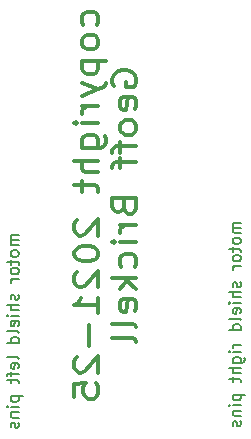
<source format=gbo>
G04 #@! TF.GenerationSoftware,KiCad,Pcbnew,8.0.8*
G04 #@! TF.CreationDate,2025-03-22T13:31:19+00:00*
G04 #@! TF.ProjectId,ESP32adapt_PCB03,45535033-3261-4646-9170-745f50434230,rev?*
G04 #@! TF.SameCoordinates,Original*
G04 #@! TF.FileFunction,Legend,Bot*
G04 #@! TF.FilePolarity,Positive*
%FSLAX46Y46*%
G04 Gerber Fmt 4.6, Leading zero omitted, Abs format (unit mm)*
G04 Created by KiCad (PCBNEW 8.0.8) date 2025-03-22 13:31:19*
%MOMM*%
%LPD*%
G01*
G04 APERTURE LIST*
G04 Aperture macros list*
%AMRoundRect*
0 Rectangle with rounded corners*
0 $1 Rounding radius*
0 $2 $3 $4 $5 $6 $7 $8 $9 X,Y pos of 4 corners*
0 Add a 4 corners polygon primitive as box body*
4,1,4,$2,$3,$4,$5,$6,$7,$8,$9,$2,$3,0*
0 Add four circle primitives for the rounded corners*
1,1,$1+$1,$2,$3*
1,1,$1+$1,$4,$5*
1,1,$1+$1,$6,$7*
1,1,$1+$1,$8,$9*
0 Add four rect primitives between the rounded corners*
20,1,$1+$1,$2,$3,$4,$5,0*
20,1,$1+$1,$4,$5,$6,$7,0*
20,1,$1+$1,$6,$7,$8,$9,0*
20,1,$1+$1,$8,$9,$2,$3,0*%
G04 Aperture macros list end*
%ADD10C,0.300000*%
%ADD11C,0.150000*%
%ADD12R,1.700000X1.700000*%
%ADD13O,1.700000X1.700000*%
%ADD14O,1.600000X1.600000*%
%ADD15C,1.600000*%
%ADD16RoundRect,0.250000X-0.750000X0.600000X-0.750000X-0.600000X0.750000X-0.600000X0.750000X0.600000X0*%
%ADD17O,2.000000X1.700000*%
%ADD18R,0.840000X0.840000*%
%ADD19C,0.840000*%
%ADD20O,1.850000X0.850000*%
%ADD21R,1.600000X1.600000*%
%ADD22R,1.800000X1.800000*%
%ADD23C,1.800000*%
G04 APERTURE END LIST*
D10*
X58640456Y-96481429D02*
X58735694Y-96262381D01*
X58735694Y-96262381D02*
X58735694Y-95824286D01*
X58735694Y-95824286D02*
X58640456Y-95605238D01*
X58640456Y-95605238D02*
X58545217Y-95495715D01*
X58545217Y-95495715D02*
X58354741Y-95386191D01*
X58354741Y-95386191D02*
X57783313Y-95386191D01*
X57783313Y-95386191D02*
X57592836Y-95495715D01*
X57592836Y-95495715D02*
X57497598Y-95605238D01*
X57497598Y-95605238D02*
X57402360Y-95824286D01*
X57402360Y-95824286D02*
X57402360Y-96262381D01*
X57402360Y-96262381D02*
X57497598Y-96481429D01*
X58735694Y-97795715D02*
X58640456Y-97576667D01*
X58640456Y-97576667D02*
X58545217Y-97467144D01*
X58545217Y-97467144D02*
X58354741Y-97357620D01*
X58354741Y-97357620D02*
X57783313Y-97357620D01*
X57783313Y-97357620D02*
X57592836Y-97467144D01*
X57592836Y-97467144D02*
X57497598Y-97576667D01*
X57497598Y-97576667D02*
X57402360Y-97795715D01*
X57402360Y-97795715D02*
X57402360Y-98124286D01*
X57402360Y-98124286D02*
X57497598Y-98343334D01*
X57497598Y-98343334D02*
X57592836Y-98452858D01*
X57592836Y-98452858D02*
X57783313Y-98562382D01*
X57783313Y-98562382D02*
X58354741Y-98562382D01*
X58354741Y-98562382D02*
X58545217Y-98452858D01*
X58545217Y-98452858D02*
X58640456Y-98343334D01*
X58640456Y-98343334D02*
X58735694Y-98124286D01*
X58735694Y-98124286D02*
X58735694Y-97795715D01*
X57402360Y-99548096D02*
X59402360Y-99548096D01*
X57497598Y-99548096D02*
X57402360Y-99767143D01*
X57402360Y-99767143D02*
X57402360Y-100205238D01*
X57402360Y-100205238D02*
X57497598Y-100424286D01*
X57497598Y-100424286D02*
X57592836Y-100533810D01*
X57592836Y-100533810D02*
X57783313Y-100643334D01*
X57783313Y-100643334D02*
X58354741Y-100643334D01*
X58354741Y-100643334D02*
X58545217Y-100533810D01*
X58545217Y-100533810D02*
X58640456Y-100424286D01*
X58640456Y-100424286D02*
X58735694Y-100205238D01*
X58735694Y-100205238D02*
X58735694Y-99767143D01*
X58735694Y-99767143D02*
X58640456Y-99548096D01*
X57402360Y-101410000D02*
X58735694Y-101957619D01*
X57402360Y-102505238D02*
X58735694Y-101957619D01*
X58735694Y-101957619D02*
X59211884Y-101738571D01*
X59211884Y-101738571D02*
X59307122Y-101629048D01*
X59307122Y-101629048D02*
X59402360Y-101410000D01*
X58735694Y-103381429D02*
X57402360Y-103381429D01*
X57783313Y-103381429D02*
X57592836Y-103490952D01*
X57592836Y-103490952D02*
X57497598Y-103600476D01*
X57497598Y-103600476D02*
X57402360Y-103819524D01*
X57402360Y-103819524D02*
X57402360Y-104038571D01*
X58735694Y-104805239D02*
X57402360Y-104805239D01*
X56735694Y-104805239D02*
X56830932Y-104695715D01*
X56830932Y-104695715D02*
X56926170Y-104805239D01*
X56926170Y-104805239D02*
X56830932Y-104914762D01*
X56830932Y-104914762D02*
X56735694Y-104805239D01*
X56735694Y-104805239D02*
X56926170Y-104805239D01*
X57402360Y-106886191D02*
X59021408Y-106886191D01*
X59021408Y-106886191D02*
X59211884Y-106776667D01*
X59211884Y-106776667D02*
X59307122Y-106667143D01*
X59307122Y-106667143D02*
X59402360Y-106448096D01*
X59402360Y-106448096D02*
X59402360Y-106119524D01*
X59402360Y-106119524D02*
X59307122Y-105900477D01*
X58640456Y-106886191D02*
X58735694Y-106667143D01*
X58735694Y-106667143D02*
X58735694Y-106229048D01*
X58735694Y-106229048D02*
X58640456Y-106010000D01*
X58640456Y-106010000D02*
X58545217Y-105900477D01*
X58545217Y-105900477D02*
X58354741Y-105790953D01*
X58354741Y-105790953D02*
X57783313Y-105790953D01*
X57783313Y-105790953D02*
X57592836Y-105900477D01*
X57592836Y-105900477D02*
X57497598Y-106010000D01*
X57497598Y-106010000D02*
X57402360Y-106229048D01*
X57402360Y-106229048D02*
X57402360Y-106667143D01*
X57402360Y-106667143D02*
X57497598Y-106886191D01*
X58735694Y-107981429D02*
X56735694Y-107981429D01*
X58735694Y-108967143D02*
X57688075Y-108967143D01*
X57688075Y-108967143D02*
X57497598Y-108857619D01*
X57497598Y-108857619D02*
X57402360Y-108638571D01*
X57402360Y-108638571D02*
X57402360Y-108310000D01*
X57402360Y-108310000D02*
X57497598Y-108090952D01*
X57497598Y-108090952D02*
X57592836Y-107981429D01*
X57402360Y-109733809D02*
X57402360Y-110610000D01*
X56735694Y-110062381D02*
X58449979Y-110062381D01*
X58449979Y-110062381D02*
X58640456Y-110171904D01*
X58640456Y-110171904D02*
X58735694Y-110390952D01*
X58735694Y-110390952D02*
X58735694Y-110610000D01*
X56926170Y-113019524D02*
X56830932Y-113129048D01*
X56830932Y-113129048D02*
X56735694Y-113348095D01*
X56735694Y-113348095D02*
X56735694Y-113895714D01*
X56735694Y-113895714D02*
X56830932Y-114114762D01*
X56830932Y-114114762D02*
X56926170Y-114224286D01*
X56926170Y-114224286D02*
X57116646Y-114333809D01*
X57116646Y-114333809D02*
X57307122Y-114333809D01*
X57307122Y-114333809D02*
X57592836Y-114224286D01*
X57592836Y-114224286D02*
X58735694Y-112910000D01*
X58735694Y-112910000D02*
X58735694Y-114333809D01*
X56735694Y-115757619D02*
X56735694Y-115976666D01*
X56735694Y-115976666D02*
X56830932Y-116195714D01*
X56830932Y-116195714D02*
X56926170Y-116305238D01*
X56926170Y-116305238D02*
X57116646Y-116414762D01*
X57116646Y-116414762D02*
X57497598Y-116524285D01*
X57497598Y-116524285D02*
X57973789Y-116524285D01*
X57973789Y-116524285D02*
X58354741Y-116414762D01*
X58354741Y-116414762D02*
X58545217Y-116305238D01*
X58545217Y-116305238D02*
X58640456Y-116195714D01*
X58640456Y-116195714D02*
X58735694Y-115976666D01*
X58735694Y-115976666D02*
X58735694Y-115757619D01*
X58735694Y-115757619D02*
X58640456Y-115538571D01*
X58640456Y-115538571D02*
X58545217Y-115429047D01*
X58545217Y-115429047D02*
X58354741Y-115319524D01*
X58354741Y-115319524D02*
X57973789Y-115210000D01*
X57973789Y-115210000D02*
X57497598Y-115210000D01*
X57497598Y-115210000D02*
X57116646Y-115319524D01*
X57116646Y-115319524D02*
X56926170Y-115429047D01*
X56926170Y-115429047D02*
X56830932Y-115538571D01*
X56830932Y-115538571D02*
X56735694Y-115757619D01*
X56926170Y-117400476D02*
X56830932Y-117510000D01*
X56830932Y-117510000D02*
X56735694Y-117729047D01*
X56735694Y-117729047D02*
X56735694Y-118276666D01*
X56735694Y-118276666D02*
X56830932Y-118495714D01*
X56830932Y-118495714D02*
X56926170Y-118605238D01*
X56926170Y-118605238D02*
X57116646Y-118714761D01*
X57116646Y-118714761D02*
X57307122Y-118714761D01*
X57307122Y-118714761D02*
X57592836Y-118605238D01*
X57592836Y-118605238D02*
X58735694Y-117290952D01*
X58735694Y-117290952D02*
X58735694Y-118714761D01*
X58735694Y-120905237D02*
X58735694Y-119590952D01*
X58735694Y-120248095D02*
X56735694Y-120248095D01*
X56735694Y-120248095D02*
X57021408Y-120029047D01*
X57021408Y-120029047D02*
X57211884Y-119809999D01*
X57211884Y-119809999D02*
X57307122Y-119590952D01*
X57973789Y-121890952D02*
X57973789Y-123643333D01*
X56926170Y-124629047D02*
X56830932Y-124738571D01*
X56830932Y-124738571D02*
X56735694Y-124957618D01*
X56735694Y-124957618D02*
X56735694Y-125505237D01*
X56735694Y-125505237D02*
X56830932Y-125724285D01*
X56830932Y-125724285D02*
X56926170Y-125833809D01*
X56926170Y-125833809D02*
X57116646Y-125943332D01*
X57116646Y-125943332D02*
X57307122Y-125943332D01*
X57307122Y-125943332D02*
X57592836Y-125833809D01*
X57592836Y-125833809D02*
X58735694Y-124519523D01*
X58735694Y-124519523D02*
X58735694Y-125943332D01*
X56735694Y-128024285D02*
X56735694Y-126929047D01*
X56735694Y-126929047D02*
X57688075Y-126819523D01*
X57688075Y-126819523D02*
X57592836Y-126929047D01*
X57592836Y-126929047D02*
X57497598Y-127148094D01*
X57497598Y-127148094D02*
X57497598Y-127695713D01*
X57497598Y-127695713D02*
X57592836Y-127914761D01*
X57592836Y-127914761D02*
X57688075Y-128024285D01*
X57688075Y-128024285D02*
X57878551Y-128133808D01*
X57878551Y-128133808D02*
X58354741Y-128133808D01*
X58354741Y-128133808D02*
X58545217Y-128024285D01*
X58545217Y-128024285D02*
X58640456Y-127914761D01*
X58640456Y-127914761D02*
X58735694Y-127695713D01*
X58735694Y-127695713D02*
X58735694Y-127148094D01*
X58735694Y-127148094D02*
X58640456Y-126929047D01*
X58640456Y-126929047D02*
X58545217Y-126819523D01*
X60050820Y-101629046D02*
X59955582Y-101409999D01*
X59955582Y-101409999D02*
X59955582Y-101081427D01*
X59955582Y-101081427D02*
X60050820Y-100752856D01*
X60050820Y-100752856D02*
X60241296Y-100533808D01*
X60241296Y-100533808D02*
X60431772Y-100424285D01*
X60431772Y-100424285D02*
X60812724Y-100314761D01*
X60812724Y-100314761D02*
X61098439Y-100314761D01*
X61098439Y-100314761D02*
X61479391Y-100424285D01*
X61479391Y-100424285D02*
X61669867Y-100533808D01*
X61669867Y-100533808D02*
X61860344Y-100752856D01*
X61860344Y-100752856D02*
X61955582Y-101081427D01*
X61955582Y-101081427D02*
X61955582Y-101300475D01*
X61955582Y-101300475D02*
X61860344Y-101629046D01*
X61860344Y-101629046D02*
X61765105Y-101738570D01*
X61765105Y-101738570D02*
X61098439Y-101738570D01*
X61098439Y-101738570D02*
X61098439Y-101300475D01*
X61860344Y-103600475D02*
X61955582Y-103381427D01*
X61955582Y-103381427D02*
X61955582Y-102943332D01*
X61955582Y-102943332D02*
X61860344Y-102724285D01*
X61860344Y-102724285D02*
X61669867Y-102614761D01*
X61669867Y-102614761D02*
X60907963Y-102614761D01*
X60907963Y-102614761D02*
X60717486Y-102724285D01*
X60717486Y-102724285D02*
X60622248Y-102943332D01*
X60622248Y-102943332D02*
X60622248Y-103381427D01*
X60622248Y-103381427D02*
X60717486Y-103600475D01*
X60717486Y-103600475D02*
X60907963Y-103709999D01*
X60907963Y-103709999D02*
X61098439Y-103709999D01*
X61098439Y-103709999D02*
X61288915Y-102614761D01*
X61955582Y-105024285D02*
X61860344Y-104805237D01*
X61860344Y-104805237D02*
X61765105Y-104695714D01*
X61765105Y-104695714D02*
X61574629Y-104586190D01*
X61574629Y-104586190D02*
X61003201Y-104586190D01*
X61003201Y-104586190D02*
X60812724Y-104695714D01*
X60812724Y-104695714D02*
X60717486Y-104805237D01*
X60717486Y-104805237D02*
X60622248Y-105024285D01*
X60622248Y-105024285D02*
X60622248Y-105352856D01*
X60622248Y-105352856D02*
X60717486Y-105571904D01*
X60717486Y-105571904D02*
X60812724Y-105681428D01*
X60812724Y-105681428D02*
X61003201Y-105790952D01*
X61003201Y-105790952D02*
X61574629Y-105790952D01*
X61574629Y-105790952D02*
X61765105Y-105681428D01*
X61765105Y-105681428D02*
X61860344Y-105571904D01*
X61860344Y-105571904D02*
X61955582Y-105352856D01*
X61955582Y-105352856D02*
X61955582Y-105024285D01*
X60622248Y-106448094D02*
X60622248Y-107324285D01*
X61955582Y-106776666D02*
X60241296Y-106776666D01*
X60241296Y-106776666D02*
X60050820Y-106886189D01*
X60050820Y-106886189D02*
X59955582Y-107105237D01*
X59955582Y-107105237D02*
X59955582Y-107324285D01*
X60622248Y-107762380D02*
X60622248Y-108638571D01*
X61955582Y-108090952D02*
X60241296Y-108090952D01*
X60241296Y-108090952D02*
X60050820Y-108200475D01*
X60050820Y-108200475D02*
X59955582Y-108419523D01*
X59955582Y-108419523D02*
X59955582Y-108638571D01*
X60907963Y-111924285D02*
X61003201Y-112252857D01*
X61003201Y-112252857D02*
X61098439Y-112362380D01*
X61098439Y-112362380D02*
X61288915Y-112471904D01*
X61288915Y-112471904D02*
X61574629Y-112471904D01*
X61574629Y-112471904D02*
X61765105Y-112362380D01*
X61765105Y-112362380D02*
X61860344Y-112252857D01*
X61860344Y-112252857D02*
X61955582Y-112033809D01*
X61955582Y-112033809D02*
X61955582Y-111157619D01*
X61955582Y-111157619D02*
X59955582Y-111157619D01*
X59955582Y-111157619D02*
X59955582Y-111924285D01*
X59955582Y-111924285D02*
X60050820Y-112143333D01*
X60050820Y-112143333D02*
X60146058Y-112252857D01*
X60146058Y-112252857D02*
X60336534Y-112362380D01*
X60336534Y-112362380D02*
X60527010Y-112362380D01*
X60527010Y-112362380D02*
X60717486Y-112252857D01*
X60717486Y-112252857D02*
X60812724Y-112143333D01*
X60812724Y-112143333D02*
X60907963Y-111924285D01*
X60907963Y-111924285D02*
X60907963Y-111157619D01*
X61955582Y-113457619D02*
X60622248Y-113457619D01*
X61003201Y-113457619D02*
X60812724Y-113567142D01*
X60812724Y-113567142D02*
X60717486Y-113676666D01*
X60717486Y-113676666D02*
X60622248Y-113895714D01*
X60622248Y-113895714D02*
X60622248Y-114114761D01*
X61955582Y-114881429D02*
X60622248Y-114881429D01*
X59955582Y-114881429D02*
X60050820Y-114771905D01*
X60050820Y-114771905D02*
X60146058Y-114881429D01*
X60146058Y-114881429D02*
X60050820Y-114990952D01*
X60050820Y-114990952D02*
X59955582Y-114881429D01*
X59955582Y-114881429D02*
X60146058Y-114881429D01*
X61860344Y-116962381D02*
X61955582Y-116743333D01*
X61955582Y-116743333D02*
X61955582Y-116305238D01*
X61955582Y-116305238D02*
X61860344Y-116086190D01*
X61860344Y-116086190D02*
X61765105Y-115976667D01*
X61765105Y-115976667D02*
X61574629Y-115867143D01*
X61574629Y-115867143D02*
X61003201Y-115867143D01*
X61003201Y-115867143D02*
X60812724Y-115976667D01*
X60812724Y-115976667D02*
X60717486Y-116086190D01*
X60717486Y-116086190D02*
X60622248Y-116305238D01*
X60622248Y-116305238D02*
X60622248Y-116743333D01*
X60622248Y-116743333D02*
X60717486Y-116962381D01*
X61955582Y-117948096D02*
X59955582Y-117948096D01*
X61193677Y-118167143D02*
X61955582Y-118824286D01*
X60622248Y-118824286D02*
X61384153Y-117948096D01*
X61860344Y-120686191D02*
X61955582Y-120467143D01*
X61955582Y-120467143D02*
X61955582Y-120029048D01*
X61955582Y-120029048D02*
X61860344Y-119810001D01*
X61860344Y-119810001D02*
X61669867Y-119700477D01*
X61669867Y-119700477D02*
X60907963Y-119700477D01*
X60907963Y-119700477D02*
X60717486Y-119810001D01*
X60717486Y-119810001D02*
X60622248Y-120029048D01*
X60622248Y-120029048D02*
X60622248Y-120467143D01*
X60622248Y-120467143D02*
X60717486Y-120686191D01*
X60717486Y-120686191D02*
X60907963Y-120795715D01*
X60907963Y-120795715D02*
X61098439Y-120795715D01*
X61098439Y-120795715D02*
X61288915Y-119700477D01*
X61955582Y-122110001D02*
X61860344Y-121890953D01*
X61860344Y-121890953D02*
X61669867Y-121781430D01*
X61669867Y-121781430D02*
X59955582Y-121781430D01*
X61955582Y-123314763D02*
X61860344Y-123095715D01*
X61860344Y-123095715D02*
X61669867Y-122986192D01*
X61669867Y-122986192D02*
X59955582Y-122986192D01*
D11*
X70812819Y-113230761D02*
X70146152Y-113230761D01*
X70241390Y-113230761D02*
X70193771Y-113278380D01*
X70193771Y-113278380D02*
X70146152Y-113373618D01*
X70146152Y-113373618D02*
X70146152Y-113516475D01*
X70146152Y-113516475D02*
X70193771Y-113611713D01*
X70193771Y-113611713D02*
X70289009Y-113659332D01*
X70289009Y-113659332D02*
X70812819Y-113659332D01*
X70289009Y-113659332D02*
X70193771Y-113706951D01*
X70193771Y-113706951D02*
X70146152Y-113802189D01*
X70146152Y-113802189D02*
X70146152Y-113945046D01*
X70146152Y-113945046D02*
X70193771Y-114040285D01*
X70193771Y-114040285D02*
X70289009Y-114087904D01*
X70289009Y-114087904D02*
X70812819Y-114087904D01*
X70812819Y-114706951D02*
X70765200Y-114611713D01*
X70765200Y-114611713D02*
X70717580Y-114564094D01*
X70717580Y-114564094D02*
X70622342Y-114516475D01*
X70622342Y-114516475D02*
X70336628Y-114516475D01*
X70336628Y-114516475D02*
X70241390Y-114564094D01*
X70241390Y-114564094D02*
X70193771Y-114611713D01*
X70193771Y-114611713D02*
X70146152Y-114706951D01*
X70146152Y-114706951D02*
X70146152Y-114849808D01*
X70146152Y-114849808D02*
X70193771Y-114945046D01*
X70193771Y-114945046D02*
X70241390Y-114992665D01*
X70241390Y-114992665D02*
X70336628Y-115040284D01*
X70336628Y-115040284D02*
X70622342Y-115040284D01*
X70622342Y-115040284D02*
X70717580Y-114992665D01*
X70717580Y-114992665D02*
X70765200Y-114945046D01*
X70765200Y-114945046D02*
X70812819Y-114849808D01*
X70812819Y-114849808D02*
X70812819Y-114706951D01*
X70146152Y-115325999D02*
X70146152Y-115706951D01*
X69812819Y-115468856D02*
X70669961Y-115468856D01*
X70669961Y-115468856D02*
X70765200Y-115516475D01*
X70765200Y-115516475D02*
X70812819Y-115611713D01*
X70812819Y-115611713D02*
X70812819Y-115706951D01*
X70812819Y-116183142D02*
X70765200Y-116087904D01*
X70765200Y-116087904D02*
X70717580Y-116040285D01*
X70717580Y-116040285D02*
X70622342Y-115992666D01*
X70622342Y-115992666D02*
X70336628Y-115992666D01*
X70336628Y-115992666D02*
X70241390Y-116040285D01*
X70241390Y-116040285D02*
X70193771Y-116087904D01*
X70193771Y-116087904D02*
X70146152Y-116183142D01*
X70146152Y-116183142D02*
X70146152Y-116325999D01*
X70146152Y-116325999D02*
X70193771Y-116421237D01*
X70193771Y-116421237D02*
X70241390Y-116468856D01*
X70241390Y-116468856D02*
X70336628Y-116516475D01*
X70336628Y-116516475D02*
X70622342Y-116516475D01*
X70622342Y-116516475D02*
X70717580Y-116468856D01*
X70717580Y-116468856D02*
X70765200Y-116421237D01*
X70765200Y-116421237D02*
X70812819Y-116325999D01*
X70812819Y-116325999D02*
X70812819Y-116183142D01*
X70812819Y-116945047D02*
X70146152Y-116945047D01*
X70336628Y-116945047D02*
X70241390Y-116992666D01*
X70241390Y-116992666D02*
X70193771Y-117040285D01*
X70193771Y-117040285D02*
X70146152Y-117135523D01*
X70146152Y-117135523D02*
X70146152Y-117230761D01*
X70765200Y-118278381D02*
X70812819Y-118373619D01*
X70812819Y-118373619D02*
X70812819Y-118564095D01*
X70812819Y-118564095D02*
X70765200Y-118659333D01*
X70765200Y-118659333D02*
X70669961Y-118706952D01*
X70669961Y-118706952D02*
X70622342Y-118706952D01*
X70622342Y-118706952D02*
X70527104Y-118659333D01*
X70527104Y-118659333D02*
X70479485Y-118564095D01*
X70479485Y-118564095D02*
X70479485Y-118421238D01*
X70479485Y-118421238D02*
X70431866Y-118326000D01*
X70431866Y-118326000D02*
X70336628Y-118278381D01*
X70336628Y-118278381D02*
X70289009Y-118278381D01*
X70289009Y-118278381D02*
X70193771Y-118326000D01*
X70193771Y-118326000D02*
X70146152Y-118421238D01*
X70146152Y-118421238D02*
X70146152Y-118564095D01*
X70146152Y-118564095D02*
X70193771Y-118659333D01*
X70812819Y-119135524D02*
X69812819Y-119135524D01*
X70812819Y-119564095D02*
X70289009Y-119564095D01*
X70289009Y-119564095D02*
X70193771Y-119516476D01*
X70193771Y-119516476D02*
X70146152Y-119421238D01*
X70146152Y-119421238D02*
X70146152Y-119278381D01*
X70146152Y-119278381D02*
X70193771Y-119183143D01*
X70193771Y-119183143D02*
X70241390Y-119135524D01*
X70812819Y-120040286D02*
X70146152Y-120040286D01*
X69812819Y-120040286D02*
X69860438Y-119992667D01*
X69860438Y-119992667D02*
X69908057Y-120040286D01*
X69908057Y-120040286D02*
X69860438Y-120087905D01*
X69860438Y-120087905D02*
X69812819Y-120040286D01*
X69812819Y-120040286D02*
X69908057Y-120040286D01*
X70765200Y-120897428D02*
X70812819Y-120802190D01*
X70812819Y-120802190D02*
X70812819Y-120611714D01*
X70812819Y-120611714D02*
X70765200Y-120516476D01*
X70765200Y-120516476D02*
X70669961Y-120468857D01*
X70669961Y-120468857D02*
X70289009Y-120468857D01*
X70289009Y-120468857D02*
X70193771Y-120516476D01*
X70193771Y-120516476D02*
X70146152Y-120611714D01*
X70146152Y-120611714D02*
X70146152Y-120802190D01*
X70146152Y-120802190D02*
X70193771Y-120897428D01*
X70193771Y-120897428D02*
X70289009Y-120945047D01*
X70289009Y-120945047D02*
X70384247Y-120945047D01*
X70384247Y-120945047D02*
X70479485Y-120468857D01*
X70812819Y-121516476D02*
X70765200Y-121421238D01*
X70765200Y-121421238D02*
X70669961Y-121373619D01*
X70669961Y-121373619D02*
X69812819Y-121373619D01*
X70812819Y-122326000D02*
X69812819Y-122326000D01*
X70765200Y-122326000D02*
X70812819Y-122230762D01*
X70812819Y-122230762D02*
X70812819Y-122040286D01*
X70812819Y-122040286D02*
X70765200Y-121945048D01*
X70765200Y-121945048D02*
X70717580Y-121897429D01*
X70717580Y-121897429D02*
X70622342Y-121849810D01*
X70622342Y-121849810D02*
X70336628Y-121849810D01*
X70336628Y-121849810D02*
X70241390Y-121897429D01*
X70241390Y-121897429D02*
X70193771Y-121945048D01*
X70193771Y-121945048D02*
X70146152Y-122040286D01*
X70146152Y-122040286D02*
X70146152Y-122230762D01*
X70146152Y-122230762D02*
X70193771Y-122326000D01*
X70812819Y-123564096D02*
X70146152Y-123564096D01*
X70336628Y-123564096D02*
X70241390Y-123611715D01*
X70241390Y-123611715D02*
X70193771Y-123659334D01*
X70193771Y-123659334D02*
X70146152Y-123754572D01*
X70146152Y-123754572D02*
X70146152Y-123849810D01*
X70812819Y-124183144D02*
X70146152Y-124183144D01*
X69812819Y-124183144D02*
X69860438Y-124135525D01*
X69860438Y-124135525D02*
X69908057Y-124183144D01*
X69908057Y-124183144D02*
X69860438Y-124230763D01*
X69860438Y-124230763D02*
X69812819Y-124183144D01*
X69812819Y-124183144D02*
X69908057Y-124183144D01*
X70146152Y-125087905D02*
X70955676Y-125087905D01*
X70955676Y-125087905D02*
X71050914Y-125040286D01*
X71050914Y-125040286D02*
X71098533Y-124992667D01*
X71098533Y-124992667D02*
X71146152Y-124897429D01*
X71146152Y-124897429D02*
X71146152Y-124754572D01*
X71146152Y-124754572D02*
X71098533Y-124659334D01*
X70765200Y-125087905D02*
X70812819Y-124992667D01*
X70812819Y-124992667D02*
X70812819Y-124802191D01*
X70812819Y-124802191D02*
X70765200Y-124706953D01*
X70765200Y-124706953D02*
X70717580Y-124659334D01*
X70717580Y-124659334D02*
X70622342Y-124611715D01*
X70622342Y-124611715D02*
X70336628Y-124611715D01*
X70336628Y-124611715D02*
X70241390Y-124659334D01*
X70241390Y-124659334D02*
X70193771Y-124706953D01*
X70193771Y-124706953D02*
X70146152Y-124802191D01*
X70146152Y-124802191D02*
X70146152Y-124992667D01*
X70146152Y-124992667D02*
X70193771Y-125087905D01*
X70812819Y-125564096D02*
X69812819Y-125564096D01*
X70812819Y-125992667D02*
X70289009Y-125992667D01*
X70289009Y-125992667D02*
X70193771Y-125945048D01*
X70193771Y-125945048D02*
X70146152Y-125849810D01*
X70146152Y-125849810D02*
X70146152Y-125706953D01*
X70146152Y-125706953D02*
X70193771Y-125611715D01*
X70193771Y-125611715D02*
X70241390Y-125564096D01*
X70146152Y-126326001D02*
X70146152Y-126706953D01*
X69812819Y-126468858D02*
X70669961Y-126468858D01*
X70669961Y-126468858D02*
X70765200Y-126516477D01*
X70765200Y-126516477D02*
X70812819Y-126611715D01*
X70812819Y-126611715D02*
X70812819Y-126706953D01*
X70146152Y-127802192D02*
X71146152Y-127802192D01*
X70193771Y-127802192D02*
X70146152Y-127897430D01*
X70146152Y-127897430D02*
X70146152Y-128087906D01*
X70146152Y-128087906D02*
X70193771Y-128183144D01*
X70193771Y-128183144D02*
X70241390Y-128230763D01*
X70241390Y-128230763D02*
X70336628Y-128278382D01*
X70336628Y-128278382D02*
X70622342Y-128278382D01*
X70622342Y-128278382D02*
X70717580Y-128230763D01*
X70717580Y-128230763D02*
X70765200Y-128183144D01*
X70765200Y-128183144D02*
X70812819Y-128087906D01*
X70812819Y-128087906D02*
X70812819Y-127897430D01*
X70812819Y-127897430D02*
X70765200Y-127802192D01*
X70812819Y-128706954D02*
X70146152Y-128706954D01*
X69812819Y-128706954D02*
X69860438Y-128659335D01*
X69860438Y-128659335D02*
X69908057Y-128706954D01*
X69908057Y-128706954D02*
X69860438Y-128754573D01*
X69860438Y-128754573D02*
X69812819Y-128706954D01*
X69812819Y-128706954D02*
X69908057Y-128706954D01*
X70146152Y-129183144D02*
X70812819Y-129183144D01*
X70241390Y-129183144D02*
X70193771Y-129230763D01*
X70193771Y-129230763D02*
X70146152Y-129326001D01*
X70146152Y-129326001D02*
X70146152Y-129468858D01*
X70146152Y-129468858D02*
X70193771Y-129564096D01*
X70193771Y-129564096D02*
X70289009Y-129611715D01*
X70289009Y-129611715D02*
X70812819Y-129611715D01*
X70765200Y-130040287D02*
X70812819Y-130135525D01*
X70812819Y-130135525D02*
X70812819Y-130326001D01*
X70812819Y-130326001D02*
X70765200Y-130421239D01*
X70765200Y-130421239D02*
X70669961Y-130468858D01*
X70669961Y-130468858D02*
X70622342Y-130468858D01*
X70622342Y-130468858D02*
X70527104Y-130421239D01*
X70527104Y-130421239D02*
X70479485Y-130326001D01*
X70479485Y-130326001D02*
X70479485Y-130183144D01*
X70479485Y-130183144D02*
X70431866Y-130087906D01*
X70431866Y-130087906D02*
X70336628Y-130040287D01*
X70336628Y-130040287D02*
X70289009Y-130040287D01*
X70289009Y-130040287D02*
X70193771Y-130087906D01*
X70193771Y-130087906D02*
X70146152Y-130183144D01*
X70146152Y-130183144D02*
X70146152Y-130326001D01*
X70146152Y-130326001D02*
X70193771Y-130421239D01*
X52016819Y-114308951D02*
X51350152Y-114308951D01*
X51445390Y-114308951D02*
X51397771Y-114356570D01*
X51397771Y-114356570D02*
X51350152Y-114451808D01*
X51350152Y-114451808D02*
X51350152Y-114594665D01*
X51350152Y-114594665D02*
X51397771Y-114689903D01*
X51397771Y-114689903D02*
X51493009Y-114737522D01*
X51493009Y-114737522D02*
X52016819Y-114737522D01*
X51493009Y-114737522D02*
X51397771Y-114785141D01*
X51397771Y-114785141D02*
X51350152Y-114880379D01*
X51350152Y-114880379D02*
X51350152Y-115023236D01*
X51350152Y-115023236D02*
X51397771Y-115118475D01*
X51397771Y-115118475D02*
X51493009Y-115166094D01*
X51493009Y-115166094D02*
X52016819Y-115166094D01*
X52016819Y-115785141D02*
X51969200Y-115689903D01*
X51969200Y-115689903D02*
X51921580Y-115642284D01*
X51921580Y-115642284D02*
X51826342Y-115594665D01*
X51826342Y-115594665D02*
X51540628Y-115594665D01*
X51540628Y-115594665D02*
X51445390Y-115642284D01*
X51445390Y-115642284D02*
X51397771Y-115689903D01*
X51397771Y-115689903D02*
X51350152Y-115785141D01*
X51350152Y-115785141D02*
X51350152Y-115927998D01*
X51350152Y-115927998D02*
X51397771Y-116023236D01*
X51397771Y-116023236D02*
X51445390Y-116070855D01*
X51445390Y-116070855D02*
X51540628Y-116118474D01*
X51540628Y-116118474D02*
X51826342Y-116118474D01*
X51826342Y-116118474D02*
X51921580Y-116070855D01*
X51921580Y-116070855D02*
X51969200Y-116023236D01*
X51969200Y-116023236D02*
X52016819Y-115927998D01*
X52016819Y-115927998D02*
X52016819Y-115785141D01*
X51350152Y-116404189D02*
X51350152Y-116785141D01*
X51016819Y-116547046D02*
X51873961Y-116547046D01*
X51873961Y-116547046D02*
X51969200Y-116594665D01*
X51969200Y-116594665D02*
X52016819Y-116689903D01*
X52016819Y-116689903D02*
X52016819Y-116785141D01*
X52016819Y-117261332D02*
X51969200Y-117166094D01*
X51969200Y-117166094D02*
X51921580Y-117118475D01*
X51921580Y-117118475D02*
X51826342Y-117070856D01*
X51826342Y-117070856D02*
X51540628Y-117070856D01*
X51540628Y-117070856D02*
X51445390Y-117118475D01*
X51445390Y-117118475D02*
X51397771Y-117166094D01*
X51397771Y-117166094D02*
X51350152Y-117261332D01*
X51350152Y-117261332D02*
X51350152Y-117404189D01*
X51350152Y-117404189D02*
X51397771Y-117499427D01*
X51397771Y-117499427D02*
X51445390Y-117547046D01*
X51445390Y-117547046D02*
X51540628Y-117594665D01*
X51540628Y-117594665D02*
X51826342Y-117594665D01*
X51826342Y-117594665D02*
X51921580Y-117547046D01*
X51921580Y-117547046D02*
X51969200Y-117499427D01*
X51969200Y-117499427D02*
X52016819Y-117404189D01*
X52016819Y-117404189D02*
X52016819Y-117261332D01*
X52016819Y-118023237D02*
X51350152Y-118023237D01*
X51540628Y-118023237D02*
X51445390Y-118070856D01*
X51445390Y-118070856D02*
X51397771Y-118118475D01*
X51397771Y-118118475D02*
X51350152Y-118213713D01*
X51350152Y-118213713D02*
X51350152Y-118308951D01*
X51969200Y-119356571D02*
X52016819Y-119451809D01*
X52016819Y-119451809D02*
X52016819Y-119642285D01*
X52016819Y-119642285D02*
X51969200Y-119737523D01*
X51969200Y-119737523D02*
X51873961Y-119785142D01*
X51873961Y-119785142D02*
X51826342Y-119785142D01*
X51826342Y-119785142D02*
X51731104Y-119737523D01*
X51731104Y-119737523D02*
X51683485Y-119642285D01*
X51683485Y-119642285D02*
X51683485Y-119499428D01*
X51683485Y-119499428D02*
X51635866Y-119404190D01*
X51635866Y-119404190D02*
X51540628Y-119356571D01*
X51540628Y-119356571D02*
X51493009Y-119356571D01*
X51493009Y-119356571D02*
X51397771Y-119404190D01*
X51397771Y-119404190D02*
X51350152Y-119499428D01*
X51350152Y-119499428D02*
X51350152Y-119642285D01*
X51350152Y-119642285D02*
X51397771Y-119737523D01*
X52016819Y-120213714D02*
X51016819Y-120213714D01*
X52016819Y-120642285D02*
X51493009Y-120642285D01*
X51493009Y-120642285D02*
X51397771Y-120594666D01*
X51397771Y-120594666D02*
X51350152Y-120499428D01*
X51350152Y-120499428D02*
X51350152Y-120356571D01*
X51350152Y-120356571D02*
X51397771Y-120261333D01*
X51397771Y-120261333D02*
X51445390Y-120213714D01*
X52016819Y-121118476D02*
X51350152Y-121118476D01*
X51016819Y-121118476D02*
X51064438Y-121070857D01*
X51064438Y-121070857D02*
X51112057Y-121118476D01*
X51112057Y-121118476D02*
X51064438Y-121166095D01*
X51064438Y-121166095D02*
X51016819Y-121118476D01*
X51016819Y-121118476D02*
X51112057Y-121118476D01*
X51969200Y-121975618D02*
X52016819Y-121880380D01*
X52016819Y-121880380D02*
X52016819Y-121689904D01*
X52016819Y-121689904D02*
X51969200Y-121594666D01*
X51969200Y-121594666D02*
X51873961Y-121547047D01*
X51873961Y-121547047D02*
X51493009Y-121547047D01*
X51493009Y-121547047D02*
X51397771Y-121594666D01*
X51397771Y-121594666D02*
X51350152Y-121689904D01*
X51350152Y-121689904D02*
X51350152Y-121880380D01*
X51350152Y-121880380D02*
X51397771Y-121975618D01*
X51397771Y-121975618D02*
X51493009Y-122023237D01*
X51493009Y-122023237D02*
X51588247Y-122023237D01*
X51588247Y-122023237D02*
X51683485Y-121547047D01*
X52016819Y-122594666D02*
X51969200Y-122499428D01*
X51969200Y-122499428D02*
X51873961Y-122451809D01*
X51873961Y-122451809D02*
X51016819Y-122451809D01*
X52016819Y-123404190D02*
X51016819Y-123404190D01*
X51969200Y-123404190D02*
X52016819Y-123308952D01*
X52016819Y-123308952D02*
X52016819Y-123118476D01*
X52016819Y-123118476D02*
X51969200Y-123023238D01*
X51969200Y-123023238D02*
X51921580Y-122975619D01*
X51921580Y-122975619D02*
X51826342Y-122928000D01*
X51826342Y-122928000D02*
X51540628Y-122928000D01*
X51540628Y-122928000D02*
X51445390Y-122975619D01*
X51445390Y-122975619D02*
X51397771Y-123023238D01*
X51397771Y-123023238D02*
X51350152Y-123118476D01*
X51350152Y-123118476D02*
X51350152Y-123308952D01*
X51350152Y-123308952D02*
X51397771Y-123404190D01*
X52016819Y-124785143D02*
X51969200Y-124689905D01*
X51969200Y-124689905D02*
X51873961Y-124642286D01*
X51873961Y-124642286D02*
X51016819Y-124642286D01*
X51969200Y-125547048D02*
X52016819Y-125451810D01*
X52016819Y-125451810D02*
X52016819Y-125261334D01*
X52016819Y-125261334D02*
X51969200Y-125166096D01*
X51969200Y-125166096D02*
X51873961Y-125118477D01*
X51873961Y-125118477D02*
X51493009Y-125118477D01*
X51493009Y-125118477D02*
X51397771Y-125166096D01*
X51397771Y-125166096D02*
X51350152Y-125261334D01*
X51350152Y-125261334D02*
X51350152Y-125451810D01*
X51350152Y-125451810D02*
X51397771Y-125547048D01*
X51397771Y-125547048D02*
X51493009Y-125594667D01*
X51493009Y-125594667D02*
X51588247Y-125594667D01*
X51588247Y-125594667D02*
X51683485Y-125118477D01*
X51350152Y-125880382D02*
X51350152Y-126261334D01*
X52016819Y-126023239D02*
X51159676Y-126023239D01*
X51159676Y-126023239D02*
X51064438Y-126070858D01*
X51064438Y-126070858D02*
X51016819Y-126166096D01*
X51016819Y-126166096D02*
X51016819Y-126261334D01*
X51350152Y-126451811D02*
X51350152Y-126832763D01*
X51016819Y-126594668D02*
X51873961Y-126594668D01*
X51873961Y-126594668D02*
X51969200Y-126642287D01*
X51969200Y-126642287D02*
X52016819Y-126737525D01*
X52016819Y-126737525D02*
X52016819Y-126832763D01*
X51350152Y-127928002D02*
X52350152Y-127928002D01*
X51397771Y-127928002D02*
X51350152Y-128023240D01*
X51350152Y-128023240D02*
X51350152Y-128213716D01*
X51350152Y-128213716D02*
X51397771Y-128308954D01*
X51397771Y-128308954D02*
X51445390Y-128356573D01*
X51445390Y-128356573D02*
X51540628Y-128404192D01*
X51540628Y-128404192D02*
X51826342Y-128404192D01*
X51826342Y-128404192D02*
X51921580Y-128356573D01*
X51921580Y-128356573D02*
X51969200Y-128308954D01*
X51969200Y-128308954D02*
X52016819Y-128213716D01*
X52016819Y-128213716D02*
X52016819Y-128023240D01*
X52016819Y-128023240D02*
X51969200Y-127928002D01*
X52016819Y-128832764D02*
X51350152Y-128832764D01*
X51016819Y-128832764D02*
X51064438Y-128785145D01*
X51064438Y-128785145D02*
X51112057Y-128832764D01*
X51112057Y-128832764D02*
X51064438Y-128880383D01*
X51064438Y-128880383D02*
X51016819Y-128832764D01*
X51016819Y-128832764D02*
X51112057Y-128832764D01*
X51350152Y-129308954D02*
X52016819Y-129308954D01*
X51445390Y-129308954D02*
X51397771Y-129356573D01*
X51397771Y-129356573D02*
X51350152Y-129451811D01*
X51350152Y-129451811D02*
X51350152Y-129594668D01*
X51350152Y-129594668D02*
X51397771Y-129689906D01*
X51397771Y-129689906D02*
X51493009Y-129737525D01*
X51493009Y-129737525D02*
X52016819Y-129737525D01*
X51969200Y-130166097D02*
X52016819Y-130261335D01*
X52016819Y-130261335D02*
X52016819Y-130451811D01*
X52016819Y-130451811D02*
X51969200Y-130547049D01*
X51969200Y-130547049D02*
X51873961Y-130594668D01*
X51873961Y-130594668D02*
X51826342Y-130594668D01*
X51826342Y-130594668D02*
X51731104Y-130547049D01*
X51731104Y-130547049D02*
X51683485Y-130451811D01*
X51683485Y-130451811D02*
X51683485Y-130308954D01*
X51683485Y-130308954D02*
X51635866Y-130213716D01*
X51635866Y-130213716D02*
X51540628Y-130166097D01*
X51540628Y-130166097D02*
X51493009Y-130166097D01*
X51493009Y-130166097D02*
X51397771Y-130213716D01*
X51397771Y-130213716D02*
X51350152Y-130308954D01*
X51350152Y-130308954D02*
X51350152Y-130451811D01*
X51350152Y-130451811D02*
X51397771Y-130547049D01*
%LPC*%
D12*
X42196000Y-93472000D03*
D13*
X42196000Y-96012000D03*
X42196000Y-98552000D03*
X42196000Y-101092000D03*
X42196000Y-103632000D03*
X42196000Y-106172000D03*
X42196000Y-108712000D03*
X42196000Y-111252000D03*
X42196000Y-113792000D03*
X42196000Y-116332000D03*
X42196000Y-118872000D03*
X42196000Y-121412000D03*
X42196000Y-123952000D03*
X42196000Y-126492000D03*
X42196000Y-129032000D03*
X42196000Y-131572000D03*
X42196000Y-134112000D03*
X42196000Y-136652000D03*
X42196000Y-139192000D03*
X72390000Y-129192000D03*
X72390000Y-126652000D03*
X72390000Y-124112000D03*
X72390000Y-121572000D03*
X72390000Y-119032000D03*
X72390000Y-116492000D03*
X72390000Y-113952000D03*
X72390000Y-111412000D03*
X72390000Y-108872000D03*
X72390000Y-106332000D03*
X72390000Y-103792000D03*
X72390000Y-101252000D03*
X72390000Y-98712000D03*
X72390000Y-96172000D03*
D12*
X72390000Y-93632000D03*
D14*
X38862000Y-122428000D03*
D15*
X38862000Y-112268000D03*
X38862000Y-109982000D03*
D14*
X38862000Y-99822000D03*
D15*
X38862000Y-125984000D03*
D14*
X38862000Y-136144000D03*
D13*
X67196000Y-139192000D03*
X67196000Y-136652000D03*
X67196000Y-134112000D03*
X67196000Y-131572000D03*
X67196000Y-129032000D03*
X67196000Y-126492000D03*
X67196000Y-123952000D03*
X67196000Y-121412000D03*
X67196000Y-118872000D03*
X67196000Y-116332000D03*
X67196000Y-113792000D03*
X67196000Y-111252000D03*
X67196000Y-108712000D03*
X67196000Y-106172000D03*
X67196000Y-103632000D03*
X67196000Y-101092000D03*
X67196000Y-98552000D03*
X67196000Y-96012000D03*
D12*
X67196000Y-93472000D03*
X72390000Y-145796000D03*
D13*
X69850000Y-145796000D03*
X67310000Y-145796000D03*
X64770000Y-145796000D03*
X62230000Y-145796000D03*
D12*
X49530000Y-93724000D03*
D13*
X49530000Y-96264000D03*
X49530000Y-98804000D03*
X49530000Y-101344000D03*
X49530000Y-103884000D03*
X49530000Y-106424000D03*
X49530000Y-108964000D03*
X49530000Y-111504000D03*
X49530000Y-114044000D03*
X49530000Y-116584000D03*
X49530000Y-119124000D03*
X49530000Y-121664000D03*
X49530000Y-124204000D03*
X49530000Y-126744000D03*
X49530000Y-129284000D03*
D12*
X33528000Y-96520000D03*
D13*
X36068000Y-96520000D03*
X38608000Y-96520000D03*
X38608000Y-93472000D03*
X36068000Y-93472000D03*
D12*
X33528000Y-93472000D03*
D13*
X62230000Y-149860000D03*
X64770000Y-149860000D03*
X67310000Y-149860000D03*
X69850000Y-149860000D03*
D12*
X72390000Y-149860000D03*
D16*
X34036000Y-102870000D03*
D17*
X34036000Y-105370000D03*
D18*
X33528000Y-126238000D03*
D19*
X34528000Y-125588000D03*
X33528000Y-124938000D03*
X34528000Y-124288000D03*
X33528000Y-123638000D03*
D20*
X33748000Y-128513000D03*
X33748000Y-121363000D03*
D17*
X34036000Y-115530000D03*
D16*
X34036000Y-113030000D03*
D21*
X39878000Y-148082000D03*
D15*
X33378000Y-148082000D03*
D12*
X34544000Y-86614000D03*
D13*
X37084000Y-86614000D03*
X39624000Y-86614000D03*
D12*
X51562000Y-86360000D03*
D13*
X54102000Y-86360000D03*
X56642000Y-86360000D03*
X59182000Y-86360000D03*
X61722000Y-86360000D03*
X64262000Y-86360000D03*
X66802000Y-86360000D03*
X69342000Y-86360000D03*
D22*
X34290000Y-132600000D03*
D23*
X34290000Y-135140000D03*
X34290000Y-137680000D03*
X34290000Y-140220000D03*
D12*
X45720000Y-149860000D03*
D13*
X48260000Y-149860000D03*
X50800000Y-149860000D03*
D12*
X72390000Y-136652000D03*
D13*
X72390000Y-139192000D03*
%LPD*%
M02*

</source>
